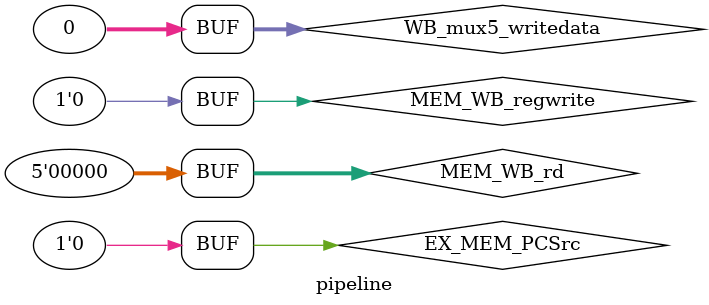
<source format=v>


module pipeline ();

  wire [31:0] IF_ID_instr, IF_ID_npc;
  reg EX_MEM_PCSrc;
  wire [31:0] EX_MEM_NPC;
  
    
   I_FETCH I_FETCH1(.IF_ID_instr(IF_ID_instr),
                    .IF_ID_npc(IF_ID_npc),
                    .EX_MEM_PCSrc(EX_MEM_PCSrc),
                    .EX_MEM_NPC(EX_MEM_NPC) );
                    
// Here you will add I_DECODE.  You will have to declare wires to make 
    reg	[4:0]		MEM_WB_rd;
	reg				MEM_WB_regwrite;
	reg	[31:0]	WB_mux5_writedata;	
	wire	[1:0]		wb_ctlout;
	wire	[2:0]		m_ctlout;
	wire				regdst, alusrc;
	wire	[1:0]		aluop; 
	wire	[31:0]	npcout, rdata1out, rdata2out, s_extendout;
	wire	[4:0]		instrout_2016, instrout_1511;
	IDECODE IDECODE2	(.IF_ID_instrout(IF_ID_instr),
							.IF_ID_npcout(IF_ID_npc),
							.MEM_WB_rd(MEM_WB_rd),
							.MEM_WB_regwrite(MEM_WB_regwrite),
							.WB_mux5_writedata(WB_mux5_writedata),
							//output
							.wb_ctlout(wb_ctlout),
							.m_ctlout(m_ctlout),
							.regdst(regdst),
							.aluop(aluop),
							.alusrc(alusrc),
							.npcout(npcout),
							.rdata1out(rdata1out),
							.rdata2out(rdata2out),
							.s_extendout(s_extendout),
							.instrout_2016(instrout_2016),
							.instrout_1511(instrout_1511));

// the connections between the I_FETCH and I_DECODE modules

//exicute
    wire	[1:0]		wb_ctlout_pipe;
	wire				branch, memread, memwrite;
	wire				zero;
	wire	[31:0]	alu_result, rdata2out_pipe;
	wire	[4:0]		five_bit_muxout;
    EXECUTE EXECUTE3(
                    .wb_ctl(wb_ctlout),  		
                    .m_ctl(m_ctlout),
                    
                    .regdst(regdst), 
                    .alusrc(alusrc),
                    .aluop(aluop), 
                    .npcout(npcout), 
                    .rdata1(rdata1out), 
                    .rdata2(rdata2out), 
                    .s_extendout(s_extendout),
                    .instrout_2016(instrout_2016), 
                    .instrout_1511(instrout_1511),
                    //outputs
                    .wb_ctlout(wb_ctlout_pipe),	
                    .branch(branch), 
                    .memread(memread), 
                    .memwrite(memwrite),
                    .add_result(EX_MEM_NPC), 	
                    .zero(zero),
                    .alu_result(alu_result), 
                    .rdata2out(rdata2out_pipe),
                    .five_bit_muxout(five_bit_muxout)
                    );  
initial begin
   EX_MEM_PCSrc <= 0;
   //EX_MEM_NPC <= 0;
   MEM_WB_rd <= 0;
   MEM_WB_regwrite <= 0;
   WB_mux5_writedata <= 0;
   end
endmodule // pipeline






</source>
